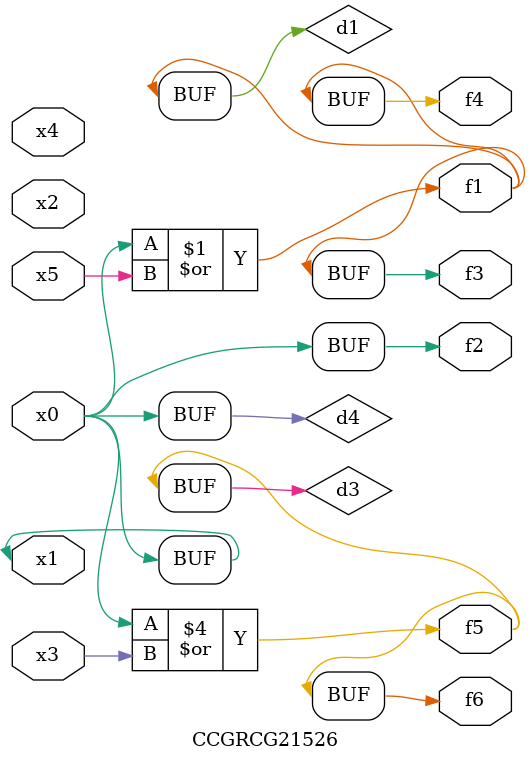
<source format=v>
module CCGRCG21526(
	input x0, x1, x2, x3, x4, x5,
	output f1, f2, f3, f4, f5, f6
);

	wire d1, d2, d3, d4;

	or (d1, x0, x5);
	xnor (d2, x1, x4);
	or (d3, x0, x3);
	buf (d4, x0, x1);
	assign f1 = d1;
	assign f2 = d4;
	assign f3 = d1;
	assign f4 = d1;
	assign f5 = d3;
	assign f6 = d3;
endmodule

</source>
